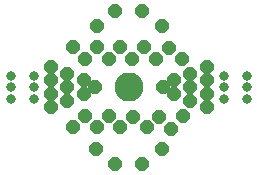
<source format=gbs>
G75*
%MOIN*%
%OFA0B0*%
%FSLAX24Y24*%
%IPPOS*%
%LPD*%
%AMOC8*
5,1,8,0,0,1.08239X$1,22.5*
%
%ADD10C,0.0970*%
%ADD11C,0.0316*%
%ADD12OC8,0.0436*%
D10*
X012130Y013130D03*
D11*
X015300Y013130D03*
X015300Y012750D03*
X015300Y013510D03*
X016060Y013510D03*
X016060Y013130D03*
X016060Y012750D03*
X008960Y012750D03*
X008960Y013130D03*
X008960Y013510D03*
X008200Y013510D03*
X008200Y013130D03*
X008200Y012750D03*
D12*
X011030Y011080D03*
X011067Y011791D03*
X010673Y012185D03*
X010280Y011791D03*
X009530Y012455D03*
X009530Y012905D03*
X009530Y013355D03*
X009530Y013805D03*
X010080Y013580D03*
X010080Y013130D03*
X010080Y012680D03*
X010630Y012905D03*
X010630Y013355D03*
X011010Y013130D03*
X011461Y012185D03*
X011854Y011791D03*
X012287Y012146D03*
X012721Y011791D03*
X013154Y012146D03*
X013547Y011752D03*
X013941Y012185D03*
X014180Y012680D03*
X014180Y013130D03*
X014180Y013580D03*
X013902Y014075D03*
X013469Y014429D03*
X013036Y014075D03*
X012642Y014469D03*
X012248Y014075D03*
X011854Y014469D03*
X011461Y014075D03*
X011067Y014469D03*
X010673Y014075D03*
X010280Y014469D03*
X011080Y015180D03*
X011680Y015680D03*
X012580Y015680D03*
X013230Y015180D03*
X014730Y013805D03*
X014730Y013355D03*
X014730Y012905D03*
X014730Y012455D03*
X013630Y012905D03*
X013630Y013355D03*
X013260Y013130D03*
X013230Y011080D03*
X012580Y010580D03*
X011680Y010580D03*
M02*

</source>
